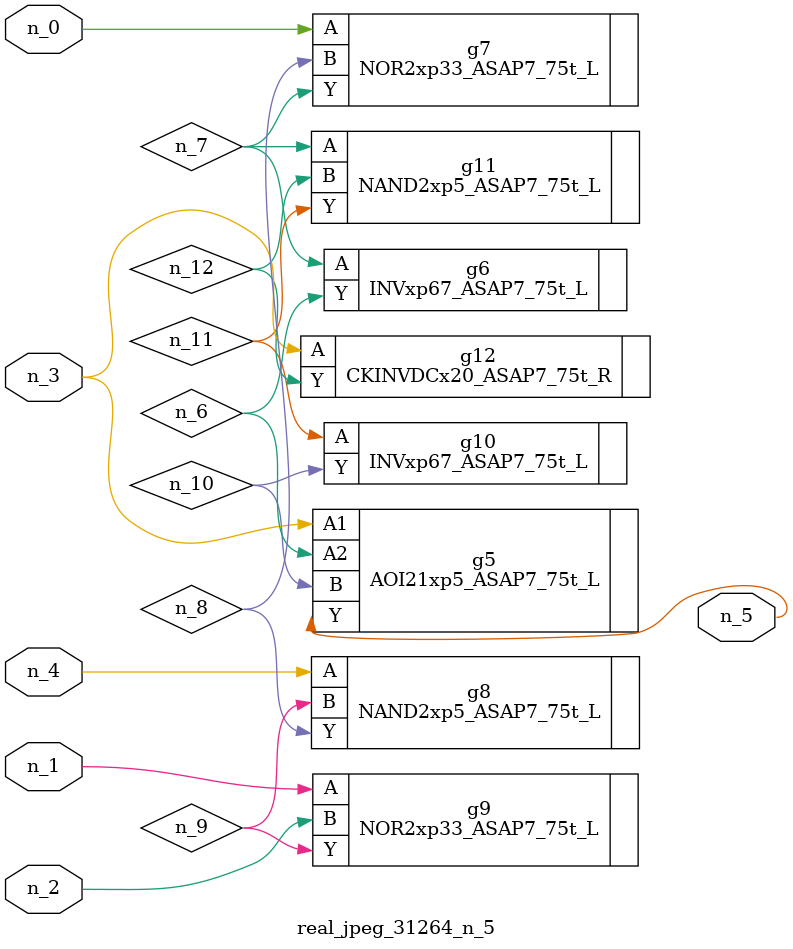
<source format=v>
module real_jpeg_31264_n_5 (n_4, n_0, n_1, n_2, n_3, n_5);

input n_4;
input n_0;
input n_1;
input n_2;
input n_3;

output n_5;

wire n_12;
wire n_8;
wire n_11;
wire n_6;
wire n_7;
wire n_10;
wire n_9;

NOR2xp33_ASAP7_75t_L g7 ( 
.A(n_0),
.B(n_8),
.Y(n_7)
);

NOR2xp33_ASAP7_75t_L g9 ( 
.A(n_1),
.B(n_2),
.Y(n_9)
);

AOI21xp5_ASAP7_75t_L g5 ( 
.A1(n_3),
.A2(n_6),
.B(n_10),
.Y(n_5)
);

CKINVDCx20_ASAP7_75t_R g12 ( 
.A(n_3),
.Y(n_12)
);

NAND2xp5_ASAP7_75t_L g8 ( 
.A(n_4),
.B(n_9),
.Y(n_8)
);

INVxp67_ASAP7_75t_L g6 ( 
.A(n_7),
.Y(n_6)
);

NAND2xp5_ASAP7_75t_L g11 ( 
.A(n_7),
.B(n_12),
.Y(n_11)
);

INVxp67_ASAP7_75t_L g10 ( 
.A(n_11),
.Y(n_10)
);


endmodule
</source>
